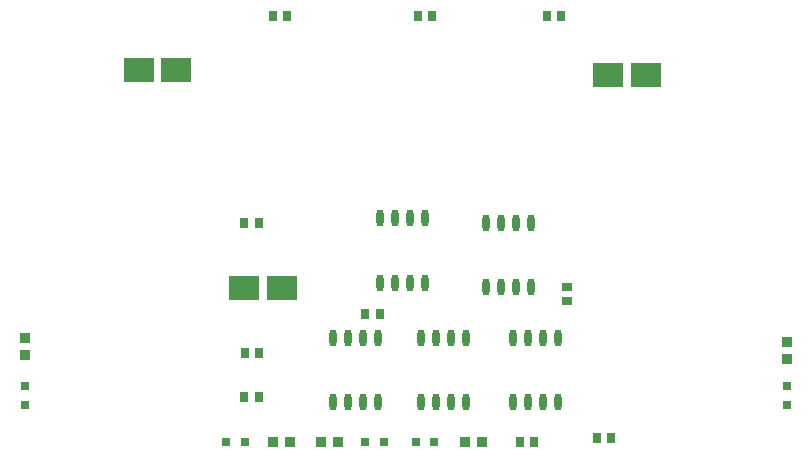
<source format=gtp>
G04*
G04 #@! TF.GenerationSoftware,Altium Limited,Altium Designer,18.1.9 (240)*
G04*
G04 Layer_Color=8421504*
%FSLAX25Y25*%
%MOIN*%
G70*
G01*
G75*
%ADD18R,0.03150X0.03543*%
%ADD19O,0.02362X0.05709*%
%ADD20R,0.09843X0.08268*%
%ADD21R,0.03150X0.03740*%
%ADD22R,0.03740X0.03150*%
%ADD23R,0.03543X0.03740*%
%ADD24R,0.03740X0.03543*%
%ADD25R,0.03150X0.03150*%
%ADD26R,0.03150X0.03150*%
D18*
X185433Y150591D02*
D03*
X180709D02*
D03*
X185236Y193898D02*
D03*
X180512D02*
D03*
X185236Y135827D02*
D03*
X180512D02*
D03*
X272244Y120866D02*
D03*
X276969D02*
D03*
D19*
X225020Y155413D02*
D03*
X220020D02*
D03*
X215020D02*
D03*
X210020D02*
D03*
X225020Y133957D02*
D03*
X220020D02*
D03*
X215020D02*
D03*
X210020D02*
D03*
X285059Y155413D02*
D03*
X280059D02*
D03*
X275059D02*
D03*
X270059D02*
D03*
X285059Y133957D02*
D03*
X280059D02*
D03*
X275059D02*
D03*
X270059D02*
D03*
X276201Y193799D02*
D03*
X271201D02*
D03*
X266201D02*
D03*
X261201D02*
D03*
X276201Y172343D02*
D03*
X271201D02*
D03*
X266201D02*
D03*
X261201D02*
D03*
X240571Y195374D02*
D03*
X235571D02*
D03*
X230571D02*
D03*
X225571D02*
D03*
X240571Y173917D02*
D03*
X235571D02*
D03*
X230571D02*
D03*
X225571D02*
D03*
X254547Y155413D02*
D03*
X249547D02*
D03*
X244547D02*
D03*
X239547D02*
D03*
X254547Y133957D02*
D03*
X249547D02*
D03*
X244547D02*
D03*
X239547D02*
D03*
D20*
X193110Y172244D02*
D03*
X180512D02*
D03*
X157874Y244882D02*
D03*
X145276D02*
D03*
X314370Y243110D02*
D03*
X301772D02*
D03*
D21*
X190157Y262795D02*
D03*
X194882D02*
D03*
X238405Y262835D02*
D03*
X243130D02*
D03*
X281417D02*
D03*
X286142D02*
D03*
X298031Y122047D02*
D03*
X302756D02*
D03*
X220847Y163386D02*
D03*
X225571D02*
D03*
D22*
X288189Y172441D02*
D03*
Y167717D02*
D03*
D23*
X107283Y149705D02*
D03*
Y155413D02*
D03*
X361417Y148327D02*
D03*
Y154035D02*
D03*
D24*
X195768Y120866D02*
D03*
X190059D02*
D03*
X259744Y120866D02*
D03*
X254035D02*
D03*
X205906D02*
D03*
X211614D02*
D03*
D25*
X361417Y133071D02*
D03*
Y139370D02*
D03*
X107283D02*
D03*
Y133071D02*
D03*
D26*
X243878Y120866D02*
D03*
X237579D02*
D03*
X180709Y120866D02*
D03*
X174409D02*
D03*
X227146Y120866D02*
D03*
X220847D02*
D03*
M02*

</source>
